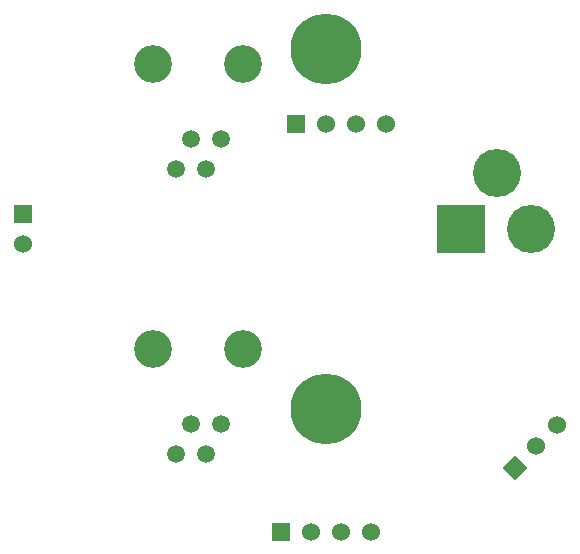
<source format=gts>
G04 (created by PCBNEW (2013-07-07 BZR 4022)-stable) date 6/5/2014 11:35:09 PM*
%MOIN*%
G04 Gerber Fmt 3.4, Leading zero omitted, Abs format*
%FSLAX34Y34*%
G01*
G70*
G90*
G04 APERTURE LIST*
%ADD10C,0.00590551*%
%ADD11R,0.06X0.06*%
%ADD12C,0.06*%
%ADD13C,0.23622*%
%ADD14R,0.16X0.16*%
%ADD15C,0.16*%
%ADD16C,0.0590551*%
%ADD17C,0.125984*%
G04 APERTURE END LIST*
G54D10*
G54D11*
X85500Y-76850D03*
G54D12*
X86500Y-76850D03*
X87500Y-76850D03*
X88500Y-76850D03*
G54D11*
X86000Y-63250D03*
G54D12*
X87000Y-63250D03*
X88000Y-63250D03*
X89000Y-63250D03*
G54D13*
X87000Y-60750D03*
X87000Y-72750D03*
G54D14*
X91500Y-66750D03*
G54D15*
X93850Y-66750D03*
X92700Y-64900D03*
G54D16*
X83000Y-64750D03*
X82000Y-64750D03*
X83500Y-63750D03*
X82500Y-63750D03*
G54D17*
X81251Y-61250D03*
X84251Y-61250D03*
G54D16*
X83000Y-74250D03*
X82000Y-74250D03*
X83500Y-73250D03*
X82500Y-73250D03*
G54D17*
X81251Y-70750D03*
X84251Y-70750D03*
G54D10*
G36*
X93292Y-75131D02*
X92868Y-74707D01*
X93292Y-74282D01*
X93717Y-74707D01*
X93292Y-75131D01*
X93292Y-75131D01*
G37*
G54D12*
X94000Y-74000D03*
X94707Y-73292D03*
G54D11*
X76900Y-66250D03*
G54D12*
X76900Y-67250D03*
M02*

</source>
